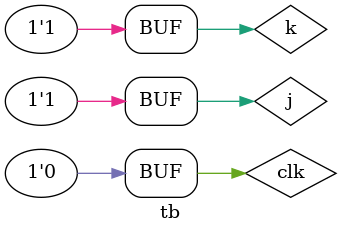
<source format=v>
`timescale 1ns / 1ps


module tb;

	// Inputs
	reg j;
	reg k;
	reg clk;

	// Outputs
	wire q;

	// Instantiate the Unit Under Test (UUT)
	jk_ff uut (
		.j(j), 
		.k(k), 
		.clk(clk), 
		.q(q)
	);

	initial begin
		clk = 0;j=0;k=0;
		#100;clk=1;j=0;k=0;#100;clk=0;
		#100;clk=1;j=1;k=0;#100;clk=0;
		#100;clk=1;j=0;k=1;#100;clk=0;
		#100;clk=1;j=1;k=1;#100;clk=0;
	end
      
endmodule


</source>
